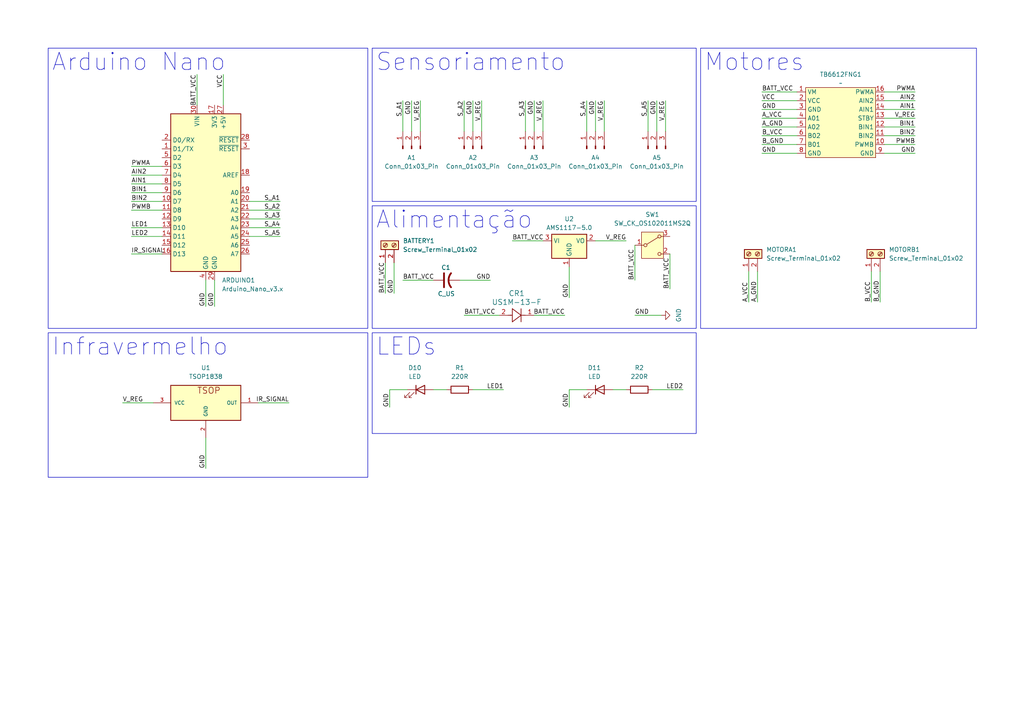
<source format=kicad_sch>
(kicad_sch (version 20250114) (generator "eeschema") (generator_version "9.0")
  (paper "A4")
  (lib_symbols
    (symbol "2025-08-08_11-05-47:US1M-13-F" (pin_names (offset 0.254))
      (property "Reference" "CR" (at 5.08 4.445 0))
      (property "Value" "US1M-13-F" (at 5.08 -3.81 0))
      (symbol "US1M-13-F_1_1"
        (polyline (pts (xy 2.54 0) (xy 3.4798 0)) (stroke (width 0.2032)))
        (polyline (pts (xy 3.175 0) (xy 3.81 0)) (stroke (width 0.2032)))
        (polyline (pts (xy 3.81 1.905) (xy 3.81 -1.905)) (stroke (width 0.2032)))
        (polyline (pts (xy 3.81 -1.905) (xy 6.35 0)) (stroke (width 0.2032)))
        (polyline (pts (xy 6.35 0) (xy 3.81 1.905)) (stroke (width 0.2032)))
        (polyline (pts (xy 6.35 0) (xy 7.62 0)) (stroke (width 0.2032)))
        (polyline (pts (xy 6.35 -1.905) (xy 6.35 1.905)) (stroke (width 0.2032)))
        (pin unspecified line (at 0 0 0) (length 2.54) (name "") (number "2"))
        (pin unspecified line (at 10.16 0 180) (length 2.54) (name "") (number "1"))
      )
      (symbol "US1M-13-F_1_2"
        (polyline (pts (xy -1.905 3.81) (xy 1.905 3.81)) (stroke (width 0.2032)))
        (polyline (pts (xy 0 6.35) (xy -1.905 3.81)) (stroke (width 0.2032)))
        (polyline (pts (xy 0 6.35) (xy 0 7.62)) (stroke (width 0.2032)))
        (polyline (pts (xy 0 3.175) (xy 0 3.81)) (stroke (width 0.2032)))
        (polyline (pts (xy 0 2.54) (xy 0 3.4798)) (stroke (width 0.2032)))
        (polyline (pts (xy 1.905 6.35) (xy -1.905 6.35)) (stroke (width 0.2032)))
        (polyline (pts (xy 1.905 3.81) (xy 0 6.35)) (stroke (width 0.2032)))
        (pin unspecified line (at 0 10.16 270) (length 2.54) (name "") (number "1"))
        (pin unspecified line (at 0 0 90) (length 2.54) (name "") (number "2"))
      )
    )
    (symbol "Connector:Conn_01x03_Pin" (pin_names (offset 1.016) (hide yes))
      (property "Reference" "J" (at 0 5.08 0))
      (property "Value" "Conn_01x03_Pin" (at 0 -5.08 0))
      (symbol "Conn_01x03_Pin_1_1"
        (rectangle (start 0.8636 2.667) (end 0 2.413) (stroke (width 0.1524)) (fill (type outline)))
        (rectangle (start 0.8636 0.127) (end 0 -0.127) (stroke (width 0.1524)) (fill (type outline)))
        (rectangle (start 0.8636 -2.413) (end 0 -2.667) (stroke (width 0.1524)) (fill (type outline)))
        (polyline (pts (xy 1.27 2.54) (xy 0.8636 2.54)) (stroke (width 0.1524)))
        (polyline (pts (xy 1.27 0) (xy 0.8636 0)) (stroke (width 0.1524)))
        (polyline (pts (xy 1.27 -2.54) (xy 0.8636 -2.54)) (stroke (width 0.1524)))
        (pin passive line (at 5.08 2.54 180) (length 3.81) (name "Pin_1") (number "1"))
        (pin passive line (at 5.08 0 180) (length 3.81) (name "Pin_2") (number "2"))
        (pin passive line (at 5.08 -2.54 180) (length 3.81) (name "Pin_3") (number "3"))
      )
    )
    (symbol "Connector:Screw_Terminal_01x02" (pin_names (offset 1.016) (hide yes))
      (property "Reference" "J" (at 0 2.54 0))
      (property "Value" "Screw_Terminal_01x02" (at 0 -5.08 0))
      (symbol "Screw_Terminal_01x02_1_1"
        (rectangle (start -1.27 1.27) (end 1.27 -3.81) (stroke (width 0.254)) (fill (type background)))
        (polyline (pts (xy -0.5334 0.3302) (xy 0.3302 -0.508)) (stroke (width 0.1524)))
        (polyline (pts (xy -0.5334 -2.2098) (xy 0.3302 -3.048)) (stroke (width 0.1524)))
        (polyline (pts (xy -0.3556 0.508) (xy 0.508 -0.3302)) (stroke (width 0.1524)))
        (polyline (pts (xy -0.3556 -2.032) (xy 0.508 -2.8702)) (stroke (width 0.1524)))
        (circle (center 0 0) (radius 0.635) (stroke (width 0.1524)))
        (circle (center 0 -2.54) (radius 0.635) (stroke (width 0.1524)))
        (pin passive line (at -5.08 0 0) (length 3.81) (name "Pin_1") (number "1"))
        (pin passive line (at -5.08 -2.54 0) (length 3.81) (name "Pin_2") (number "2"))
      )
    )
    (symbol "Device:C_US" (pin_numbers (hide yes)) (pin_names (offset 0.254) (hide yes))
      (property "Reference" "C" (at 0.635 2.54 0))
      (property "Value" "C_US" (at 0.635 -2.54 0))
      (symbol "C_US_0_1"
        (polyline (pts (xy -2.032 0.762) (xy 2.032 0.762)) (stroke (width 0.508)))
        (arc (start -2.032 -1.27) (mid 0 -0.5572) (end 2.032 -1.27) (stroke (width 0.508)))
      )
      (symbol "C_US_1_1"
        (pin passive line (at 0 3.81 270) (length 2.794) (name "~") (number "1"))
        (pin passive line (at 0 -3.81 90) (length 3.302) (name "~") (number "2"))
      )
    )
    (symbol "Device:LED" (pin_numbers (hide yes)) (pin_names (offset 1.016) (hide yes))
      (property "Reference" "D" (at 0 2.54 0))
      (property "Value" "LED" (at 0 -2.54 0))
      (symbol "LED_0_1"
        (polyline (pts (xy -3.048 -0.762) (xy -4.572 -2.286) (xy -3.81 -2.286) (xy -4.572 -2.286) (xy -4.572 -1.524)))
        (polyline (pts (xy -1.778 -0.762) (xy -3.302 -2.286) (xy -2.54 -2.286) (xy -3.302 -2.286) (xy -3.302 -1.524)))
        (polyline (pts (xy -1.27 0) (xy 1.27 0)))
        (polyline (pts (xy -1.27 -1.27) (xy -1.27 1.27)) (stroke (width 0.254)))
        (polyline (pts (xy 1.27 -1.27) (xy 1.27 1.27) (xy -1.27 0) (xy 1.27 -1.27)) (stroke (width 0.254)))
      )
      (symbol "LED_1_1"
        (pin passive line (at -3.81 0 0) (length 2.54) (name "K") (number "1"))
        (pin passive line (at 3.81 0 180) (length 2.54) (name "A") (number "2"))
      )
    )
    (symbol "Device:R" (pin_numbers (hide yes)) (pin_names (offset 0))
      (property "Reference" "R" (at 2.032 0 90))
      (property "Value" "R" (at 0 0 90))
      (symbol "R_0_1"
        (rectangle (start -1.016 -2.54) (end 1.016 2.54) (stroke (width 0.254)))
      )
      (symbol "R_1_1"
        (pin passive line (at 0 3.81 270) (length 1.27) (name "~") (number "1"))
        (pin passive line (at 0 -3.81 90) (length 1.27) (name "~") (number "2"))
      )
    )
    (symbol "MCU_Module:Arduino_Nano_v3.x"
      (property "Reference" "A" (at -10.16 23.495 0))
      (property "Value" "Arduino_Nano_v3.x" (at 5.08 -24.13 0))
      (symbol "Arduino_Nano_v3.x_0_1"
        (rectangle (start -10.16 22.86) (end 10.16 -22.86) (stroke (width 0.254)) (fill (type background)))
      )
      (symbol "Arduino_Nano_v3.x_1_1"
        (pin bidirectional line (at -12.7 15.24 0) (length 2.54) (name "D0/RX") (number "2"))
        (pin bidirectional line (at -12.7 12.7 0) (length 2.54) (name "D1/TX") (number "1"))
        (pin bidirectional line (at -12.7 10.16 0) (length 2.54) (name "D2") (number "5"))
        (pin bidirectional line (at -12.7 7.62 0) (length 2.54) (name "D3") (number "6"))
        (pin bidirectional line (at -12.7 5.08 0) (length 2.54) (name "D4") (number "7"))
        (pin bidirectional line (at -12.7 2.54 0) (length 2.54) (name "D5") (number "8"))
        (pin bidirectional line (at -12.7 0 0) (length 2.54) (name "D6") (number "9"))
        (pin bidirectional line (at -12.7 -2.54 0) (length 2.54) (name "D7") (number "10"))
        (pin bidirectional line (at -12.7 -5.08 0) (length 2.54) (name "D8") (number "11"))
        (pin bidirectional line (at -12.7 -7.62 0) (length 2.54) (name "D9") (number "12"))
        (pin bidirectional line (at -12.7 -10.16 0) (length 2.54) (name "D10") (number "13"))
        (pin bidirectional line (at -12.7 -12.7 0) (length 2.54) (name "D11") (number "14"))
        (pin bidirectional line (at -12.7 -15.24 0) (length 2.54) (name "D12") (number "15"))
        (pin bidirectional line (at -12.7 -17.78 0) (length 2.54) (name "D13") (number "16"))
        (pin power_in line (at -2.54 25.4 270) (length 2.54) (name "VIN") (number "30"))
        (pin power_in line (at 0 -25.4 90) (length 2.54) (name "GND") (number "4"))
        (pin power_out line (at 2.54 25.4 270) (length 2.54) (name "3V3") (number "17"))
        (pin power_in line (at 2.54 -25.4 90) (length 2.54) (name "GND") (number "29"))
        (pin power_out line (at 5.08 25.4 270) (length 2.54) (name "+5V") (number "27"))
        (pin input line (at 12.7 15.24 180) (length 2.54) (name "~{RESET}") (number "28"))
        (pin input line (at 12.7 12.7 180) (length 2.54) (name "~{RESET}") (number "3"))
        (pin input line (at 12.7 5.08 180) (length 2.54) (name "AREF") (number "18"))
        (pin bidirectional line (at 12.7 0 180) (length 2.54) (name "A0") (number "19"))
        (pin bidirectional line (at 12.7 -2.54 180) (length 2.54) (name "A1") (number "20"))
        (pin bidirectional line (at 12.7 -5.08 180) (length 2.54) (name "A2") (number "21"))
        (pin bidirectional line (at 12.7 -7.62 180) (length 2.54) (name "A3") (number "22"))
        (pin bidirectional line (at 12.7 -10.16 180) (length 2.54) (name "A4") (number "23"))
        (pin bidirectional line (at 12.7 -12.7 180) (length 2.54) (name "A5") (number "24"))
        (pin bidirectional line (at 12.7 -15.24 180) (length 2.54) (name "A6") (number "25"))
        (pin bidirectional line (at 12.7 -17.78 180) (length 2.54) (name "A7") (number "26"))
      )
    )
    (symbol "My_TB6612FNG:TB6612FNG"
      (property "Reference" "Motor_Driver" (at 0 12.192 0))
      (symbol "TB6612FNG_1_1"
        (rectangle (start -10.16 10.16) (end 10.16 -10.16) (fill (type background)))
        (pin input line (at -12.7 8.89 0) (length 2.54) (name "VM") (number "1"))
        (pin input line (at -12.7 6.35 0) (length 2.54) (name "VCC") (number "2"))
        (pin input line (at -12.7 3.81 0) (length 2.54) (name "GND") (number "3"))
        (pin input line (at -12.7 1.27 0) (length 2.54) (name "A01") (number "4"))
        (pin input line (at -12.7 -1.27 0) (length 2.54) (name "A02") (number "5"))
        (pin input line (at -12.7 -3.81 0) (length 2.54) (name "B02") (number "6"))
        (pin input line (at -12.7 -6.35 0) (length 2.54) (name "B01") (number "7"))
        (pin input line (at -12.7 -8.89 0) (length 2.54) (name "GND") (number "8"))
        (pin input line (at 12.7 8.89 180) (length 2.54) (name "PWMA") (number "16"))
        (pin input line (at 12.7 6.35 180) (length 2.54) (name "AIN2") (number "15"))
        (pin input line (at 12.7 3.81 180) (length 2.54) (name "AIN1") (number "14"))
        (pin input line (at 12.7 1.27 180) (length 2.54) (name "STBY") (number "13"))
        (pin input line (at 12.7 -1.27 180) (length 2.54) (name "BIN1") (number "12"))
        (pin input line (at 12.7 -3.81 180) (length 2.54) (name "BIN2") (number "11"))
        (pin input line (at 12.7 -6.35 180) (length 2.54) (name "PWMB") (number "10"))
        (pin input line (at 12.7 -8.89 180) (length 2.54) (name "GND") (number "9"))
      )
    )
    (symbol "Regulator_Linear:AMS1117-5.0"
      (property "Reference" "U" (at -3.81 3.175 0))
      (property "Value" "AMS1117-5.0" (at 0 3.175 0))
      (symbol "AMS1117-5.0_0_1"
        (rectangle (start -5.08 -5.08) (end 5.08 1.905) (stroke (width 0.254)) (fill (type background)))
      )
      (symbol "AMS1117-5.0_1_1"
        (pin power_in line (at -7.62 0 0) (length 2.54) (name "VI") (number "3"))
        (pin power_in line (at 0 -7.62 90) (length 2.54) (name "GND") (number "1"))
        (pin power_out line (at 7.62 0 180) (length 2.54) (name "VO") (number "2"))
      )
    )
    (symbol "Switch:SW_Wuerth_450301014042" (pin_names (offset 1) (hide yes))
      (property "Reference" "SW" (at 0 5.08 0))
      (property "Value" "SW_Wuerth_450301014042" (at 0 -5.08 0))
      (symbol "SW_Wuerth_450301014042_0_1"
        (circle (center -2.032 0) (radius 0.4572))
        (polyline (pts (xy -1.651 0.254) (xy 1.651 2.286)))
        (circle (center 2.032 2.54) (radius 0.4572))
        (circle (center 2.032 -2.54) (radius 0.4572))
      )
      (symbol "SW_Wuerth_450301014042_1_1"
        (rectangle (start -3.175 3.81) (end 3.175 -3.81) (fill (type background)))
        (pin passive line (at -5.08 0 0) (length 2.54) (name "B") (number "1"))
        (pin passive line (at 5.08 2.54 180) (length 2.54) (name "A") (number "3"))
        (pin passive line (at 5.08 -2.54 180) (length 2.54) (name "C") (number "2"))
      )
    )
    (symbol "TSOP1838:TSOP1838" (pin_names (offset 1.016))
      (property "Reference" "U" (at -3.81 6.604 0))
      (property "Value" "TSOP1838" (at 0 0 0))
      (symbol "TSOP1838_0_0"
        (rectangle (start -10.16 -5.08) (end 10.16 5.08) (stroke (width 0.254)) (fill (type background)))
        (text "TSOP" (at -2.54 2.54 0) (effects (font (size 1.778 1.778)) (justify left bottom)))
        (pin power_in line (at -15.24 0 0) (length 5.08) (name "VCC") (number "3"))
        (pin power_in line (at 0 -10.16 90) (length 5.08) (name "GND") (number "2"))
        (pin output line (at 15.24 0 180) (length 5.08) (name "OUT") (number "1"))
      )
    )
    (symbol "power:GND" (power) (pin_numbers (hide yes)) (pin_names (offset 0) (hide yes))
      (property "Value" "GND" (at 0 -3.81 0))
      (symbol "GND_0_1"
        (polyline (pts (xy 0 0) (xy 0 -1.27) (xy 1.27 -1.27) (xy 0 -2.54) (xy -1.27 -1.27) (xy 0 -1.27)))
      )
      (symbol "GND_1_1"
        (pin power_in line (at 0 0 270) (length 0) (name "~") (number "1"))
      )
    )
  )
  (text_box "Motores" (at 203.2 13.97 0) (size 80.01 81.28) (margins 0.9525 0.9525 0.9525 0.9525) (effects (font (size 5 5)) (justify left top)))
  (text_box "LEDs" (at 107.95 96.52 0) (size 93.98 29.21) (margins 0.9525 0.9525 0.9525 0.9525) (effects (font (size 5 5)) (justify left top)))
  (text_box "Infravermelho" (at 13.97 96.52 0) (size 92.71 41.91) (margins 0.9525 0.9525 0.9525 0.9525) (effects (font (size 5 5)) (justify left top)))
  (text_box "Alimentação" (at 107.95 59.69 0) (size 93.98 35.56) (margins 0.9525 0.9525 0.9525 0.9525) (effects (font (size 5 5)) (justify left top)))
  (text_box "Sensoriamento" (at 107.95 13.97 0) (size 93.98 44.45) (margins 0.9525 0.9525 0.9525 0.9525) (effects (font (size 5 5)) (justify left top)))
  (text_box "Arduino Nano" (at 13.97 13.97 0) (size 92.71 81.28) (margins 0.9525 0.9525 0.9525 0.9525) (effects (font (size 5 5)) (justify left top)))
  (wire (pts (xy 154.94 91.44) (xy 163.83 91.44)))
  (wire (pts (xy 220.98 29.21) (xy 231.14 29.21)))
  (wire (pts (xy 118.11 113.03) (xy 113.03 113.03)))
  (wire (pts (xy 114.3 76.2) (xy 114.3 85.09)))
  (wire (pts (xy 157.48 29.21) (xy 157.48 38.1)))
  (wire (pts (xy 187.96 29.21) (xy 187.96 38.1)))
  (wire (pts (xy 72.39 63.5) (xy 81.28 63.5)))
  (wire (pts (xy 256.54 41.91) (xy 265.43 41.91)))
  (wire (pts (xy 152.4 29.21) (xy 152.4 38.1)))
  (wire (pts (xy 165.1 113.03) (xy 165.1 118.11)))
  (wire (pts (xy 38.1 50.8) (xy 46.99 50.8)))
  (wire (pts (xy 38.1 60.96) (xy 46.99 60.96)))
  (wire (pts (xy 119.38 29.21) (xy 119.38 38.1)))
  (wire (pts (xy 113.03 113.03) (xy 113.03 118.11)))
  (wire (pts (xy 38.1 73.66) (xy 46.99 73.66)))
  (wire (pts (xy 256.54 29.21) (xy 265.43 29.21)))
  (wire (pts (xy 220.98 26.67) (xy 231.14 26.67)))
  (wire (pts (xy 121.92 29.21) (xy 121.92 38.1)))
  (wire (pts (xy 38.1 58.42) (xy 46.99 58.42)))
  (wire (pts (xy 137.16 113.03) (xy 146.05 113.03)))
  (wire (pts (xy 190.5 29.21) (xy 190.5 38.1)))
  (wire (pts (xy 255.27 78.74) (xy 255.27 87.63)))
  (wire (pts (xy 125.73 113.03) (xy 129.54 113.03)))
  (wire (pts (xy 148.59 69.85) (xy 157.48 69.85)))
  (wire (pts (xy 170.18 113.03) (xy 165.1 113.03)))
  (wire (pts (xy 170.18 29.21) (xy 170.18 38.1)))
  (wire (pts (xy 256.54 36.83) (xy 265.43 36.83)))
  (wire (pts (xy 219.71 78.74) (xy 219.71 87.63)))
  (wire (pts (xy 256.54 39.37) (xy 265.43 39.37)))
  (wire (pts (xy 133.35 81.28) (xy 142.24 81.28)))
  (wire (pts (xy 57.15 21.59) (xy 57.15 30.48)))
  (wire (pts (xy 194.31 73.66) (xy 194.31 83.82)))
  (wire (pts (xy 64.77 21.59) (xy 64.77 30.48)))
  (wire (pts (xy 72.39 66.04) (xy 81.28 66.04)))
  (wire (pts (xy 134.62 91.44) (xy 144.78 91.44)))
  (wire (pts (xy 220.98 36.83) (xy 231.14 36.83)))
  (wire (pts (xy 72.39 68.58) (xy 81.28 68.58)))
  (wire (pts (xy 154.94 29.21) (xy 154.94 38.1)))
  (wire (pts (xy 116.84 81.28) (xy 125.73 81.28)))
  (wire (pts (xy 217.17 78.74) (xy 217.17 87.63)))
  (wire (pts (xy 111.76 76.2) (xy 111.76 85.09)))
  (wire (pts (xy 172.72 29.21) (xy 172.72 38.1)))
  (wire (pts (xy 38.1 48.26) (xy 46.99 48.26)))
  (wire (pts (xy 177.8 113.03) (xy 181.61 113.03)))
  (wire (pts (xy 256.54 26.67) (xy 265.43 26.67)))
  (wire (pts (xy 252.73 78.74) (xy 252.73 87.63)))
  (wire (pts (xy 172.72 69.85) (xy 181.61 69.85)))
  (wire (pts (xy 220.98 39.37) (xy 231.14 39.37)))
  (wire (pts (xy 38.1 66.04) (xy 46.99 66.04)))
  (wire (pts (xy 74.93 116.84) (xy 83.82 116.84)))
  (wire (pts (xy 220.98 34.29) (xy 231.14 34.29)))
  (wire (pts (xy 165.1 77.47) (xy 165.1 86.36)))
  (wire (pts (xy 38.1 55.88) (xy 46.99 55.88)))
  (wire (pts (xy 191.77 91.44) (xy 184.15 91.44)))
  (wire (pts (xy 72.39 60.96) (xy 81.28 60.96)))
  (wire (pts (xy 256.54 34.29) (xy 265.43 34.29)))
  (wire (pts (xy 72.39 58.42) (xy 81.28 58.42)))
  (wire (pts (xy 38.1 68.58) (xy 46.99 68.58)))
  (wire (pts (xy 59.69 81.28) (xy 59.69 88.9)))
  (wire (pts (xy 184.15 71.12) (xy 184.15 81.28)))
  (wire (pts (xy 189.23 113.03) (xy 198.12 113.03)))
  (wire (pts (xy 220.98 41.91) (xy 231.14 41.91)))
  (wire (pts (xy 116.84 29.21) (xy 116.84 38.1)))
  (wire (pts (xy 134.62 29.21) (xy 134.62 38.1)))
  (wire (pts (xy 220.98 44.45) (xy 231.14 44.45)))
  (wire (pts (xy 175.26 29.21) (xy 175.26 38.1)))
  (wire (pts (xy 137.16 29.21) (xy 137.16 38.1)))
  (wire (pts (xy 38.1 53.34) (xy 46.99 53.34)))
  (wire (pts (xy 256.54 31.75) (xy 265.43 31.75)))
  (wire (pts (xy 35.56 116.84) (xy 44.45 116.84)))
  (wire (pts (xy 256.54 44.45) (xy 265.43 44.45)))
  (wire (pts (xy 139.7 29.21) (xy 139.7 38.1)))
  (wire (pts (xy 59.69 127) (xy 59.69 135.89)))
  (wire (pts (xy 193.04 29.21) (xy 193.04 38.1)))
  (wire (pts (xy 62.23 81.28) (xy 62.23 88.9)))
  (wire (pts (xy 220.98 31.75) (xy 231.14 31.75)))
  (label "PWMB" (at 265.43 41.91 180))
  (label "V_REG" (at 35.56 116.84 0))
  (label "A_GND" (at 220.98 36.83 0))
  (label "IR_SIGNAL" (at 83.82 116.84 180))
  (label "GND" (at 172.72 29.21 270))
  (label "S_A1" (at 81.28 58.42 180))
  (label "GND" (at 113.03 118.11 90))
  (label "AIN1" (at 38.1 53.34 0))
  (label "BIN2" (at 38.1 58.42 0))
  (label "V_REG" (at 157.48 29.21 270))
  (label "GND" (at 220.98 31.75 0))
  (label "IR_SIGNAL" (at 38.1 73.66 0))
  (label "S_A3" (at 152.4 29.21 270))
  (label "A_GND" (at 219.71 87.63 90))
  (label "B_VCC" (at 252.73 87.63 90))
  (label "AIN2" (at 38.1 50.8 0))
  (label "BATT_VCC" (at 57.15 21.59 270))
  (label "S_A1" (at 116.84 29.21 270))
  (label "V_REG" (at 265.43 34.29 180))
  (label "GND" (at 59.69 88.9 90))
  (label "GND" (at 165.1 86.36 90))
  (label "S_A4" (at 170.18 29.21 270))
  (label "V_REG" (at 121.92 29.21 270))
  (label "BATT_VCC" (at 163.83 91.44 180))
  (label "GND" (at 119.38 29.21 270))
  (label "LED1" (at 38.1 66.04 0))
  (label "A_VCC" (at 220.98 34.29 0))
  (label "VCC" (at 220.98 29.21 0))
  (label "BATT_VCC" (at 148.59 69.85 0))
  (label "V_REG" (at 175.26 29.21 270))
  (label "BIN1" (at 265.43 36.83 180))
  (label "LED2" (at 38.1 68.58 0))
  (label "BATT_VCC" (at 194.31 83.82 90))
  (label "S_A5" (at 187.96 29.21 270))
  (label "S_A3" (at 81.28 63.5 180))
  (label "B_VCC" (at 220.98 39.37 0))
  (label "V_REG" (at 181.61 69.85 180))
  (label "BIN1" (at 38.1 55.88 0))
  (label "S_A5" (at 81.28 68.58 180))
  (label "GND" (at 137.16 29.21 270))
  (label "BATT_VCC" (at 111.76 85.09 90))
  (label "S_A2" (at 134.62 29.21 270))
  (label "GND" (at 154.94 29.21 270))
  (label "GND" (at 184.15 91.44 0))
  (label "GND" (at 142.24 81.28 180))
  (label "GND" (at 265.43 44.45 180))
  (label "GND" (at 165.1 118.11 90))
  (label "GND" (at 190.5 29.21 270))
  (label "S_A2" (at 81.28 60.96 180))
  (label "GND" (at 220.98 44.45 0))
  (label "LED1" (at 146.05 113.03 180))
  (label "GND" (at 62.23 88.9 90))
  (label "BATT_VCC" (at 184.15 81.28 90))
  (label "PWMB" (at 38.1 60.96 0))
  (label "BATT_VCC" (at 134.62 91.44 0))
  (label "AIN2" (at 265.43 29.21 180))
  (label "BATT_VCC" (at 220.98 26.67 0))
  (label "V_REG" (at 193.04 29.21 270))
  (label "LED2" (at 198.12 113.03 180))
  (label "VCC" (at 64.77 21.59 270))
  (label "A_VCC" (at 217.17 87.63 90))
  (label "B_GND" (at 220.98 41.91 0))
  (label "B_GND" (at 255.27 87.63 90))
  (label "BATT_VCC" (at 116.84 81.28 0))
  (label "GND" (at 114.3 85.09 90))
  (label "V_REG" (at 139.7 29.21 270))
  (label "PWMA" (at 38.1 48.26 0))
  (label "AIN1" (at 265.43 31.75 180))
  (label "S_A4" (at 81.28 66.04 180))
  (label "GND" (at 59.69 135.89 90))
  (label "BIN2" (at 265.43 39.37 180))
  (label "PWMA" (at 265.43 26.67 180))
  (symbol (lib_id "Connector:Conn_01x03_Pin") (at 190.5 43.18 90) (unit 1)
    (property "Reference" "A5" (at 190.5 45.72 90))
    (property "Value" "Conn_01x03_Pin" (at 190.5 48.26 90))
    (property "Footprint" "Connector_Molex:Molex_KK-254_AE-6410-03A_1x03_P2.54mm_Vertical" (effects (hide yes)))
    (property "Description" "Generic connector, single row, 01x03, script generated" (effects (hide yes)))
  )
  (symbol (lib_id "Device:R") (at 133.35 113.03 90) (unit 1)
    (property "Reference" "R1" (at 133.35 106.68 90))
    (property "Value" "220R" (at 133.35 109.22 90))
    (property "Footprint" "Resistor_SMD:R_0805_2012Metric" (effects (hide yes)))
    (property "Description" "Resistor" (effects (hide yes)))
  )
  (symbol (lib_id "power:GND") (at 191.77 91.44 90) (unit 1)
    (property "Reference" "#PWR01" (effects (hide yes)))
    (property "Value" "GND" (at 196.85 91.44 0))
    (property "Description" "Power symbol creates a global label with name \"GND\" , ground" (effects (hide yes)))
  )
  (symbol (lib_id "Connector:Screw_Terminal_01x02") (at 252.73 73.66 90) (unit 1)
    (property "Reference" "MOTORB1" (at 257.81 72.3899 90) (effects (justify right)))
    (property "Value" "Screw_Terminal_01x02" (at 257.81 74.9299 90) (effects (justify right)))
    (property "Footprint" "TerminalBlock:TerminalBlock_Xinya_XY308-2.54-2P_1x02_P2.54mm_Horizontal" (effects (hide yes)))
    (property "Description" "Generic screw terminal, single row, 01x02, script generated (kicad-library-utils/schlib/autogen/connector/)" (effects (hide yes)))
  )
  (symbol (lib_id "2025-08-08_11-05-47:US1M-13-F") (at 144.78 91.44 0) (unit 1)
    (property "Reference" "CR1" (at 149.86 85.09 0) (effects (font (size 1.524 1.524))))
    (property "Value" "US1M-13-F" (at 149.86 87.63 0) (effects (font (size 1.524 1.524))))
    (property "Footprint" "SMA_DIO" (effects (hide yes)))
    (property "Datasheet" "US1M-13-F" (effects (hide yes)))
  )
  (symbol (lib_id "Device:LED") (at 121.92 113.03 0) (unit 1)
    (property "Reference" "D10" (at 120.3325 106.68 0))
    (property "Value" "LED" (at 120.3325 109.22 0))
    (property "Footprint" "LED_SMD:LED_0805_2012Metric_Pad1.15x1.40mm_HandSolder" (effects (hide yes)))
    (property "Description" "Light emitting diode" (effects (hide yes)))
    (property "Sim.Pins" "1=K 2=A" (effects (hide yes)))
  )
  (symbol (lib_id "Connector:Screw_Terminal_01x02") (at 217.17 73.66 90) (unit 1)
    (property "Reference" "MOTORA1" (at 222.25 72.3899 90) (effects (justify right)))
    (property "Value" "Screw_Terminal_01x02" (at 222.25 74.9299 90) (effects (justify right)))
    (property "Footprint" "TerminalBlock:TerminalBlock_Xinya_XY308-2.54-2P_1x02_P2.54mm_Horizontal" (effects (hide yes)))
    (property "Description" "Generic screw terminal, single row, 01x02, script generated (kicad-library-utils/schlib/autogen/connector/)" (effects (hide yes)))
  )
  (symbol (lib_id "My_TB6612FNG:TB6612FNG") (at 243.84 35.56 0) (unit 1)
    (property "Reference" "TB6612FNG1" (at 243.84 21.59 0))
    (property "Value" "~" (at 243.84 24.13 0))
    (property "Footprint" "My_TB6612FNG:Socket_TB6612FNG" (effects (hide yes)))
  )
  (symbol (lib_id "MCU_Module:Arduino_Nano_v3.x") (at 59.69 55.88 0) (unit 1)
    (property "Reference" "ARDUINO1" (at 64.3733 81.28 0) (effects (justify left)))
    (property "Value" "Arduino_Nano_v3.x" (at 64.3733 83.82 0) (effects (justify left)))
    (property "Footprint" "Module:Arduino_Nano" (effects (hide yes)))
    (property "Datasheet" "http://www.mouser.com/pdfdocs/Gravitech_Arduino_Nano3_0.pdf" (effects (hide yes)))
    (property "Description" "Arduino Nano v3.x" (effects (hide yes)))
  )
  (symbol (lib_id "TSOP1838:TSOP1838") (at 59.69 116.84 0) (unit 1)
    (property "Reference" "U1" (at 59.69 106.68 0))
    (property "Value" "TSOP1838" (at 59.69 109.22 0))
    (property "Footprint" "TSOP1838:TSOP1838" (effects (hide yes)))
    (property "MF" "Vishay" (effects (hide yes)))
    (property "Description_1" "IR Remote Receiver 38KHz 35m 3-Pin" (effects (hide yes)))
    (property "Package" "None" (effects (hide yes)))
    (property "Price" "None" (effects (hide yes)))
    (property "SnapEDA_Link" "https://www.snapeda.com/parts/TSOP1838/Vishay/view-part/?ref=snap" (effects (hide yes)))
    (property "MP" "TSOP1838" (effects (hide yes)))
    (property "Availability" "In Stock" (effects (hide yes)))
    (property "Check_prices" "https://www.snapeda.com/parts/TSOP1838/Vishay/view-part/?ref=eda" (effects (hide yes)))
  )
  (symbol (lib_id "Regulator_Linear:AMS1117-5.0") (at 165.1 69.85 0) (unit 1)
    (property "Reference" "U2" (at 165.1 63.5 0))
    (property "Value" "AMS1117-5.0" (at 165.1 66.04 0))
    (property "Footprint" "Package_TO_SOT_SMD:SOT-223-3_TabPin2" (effects (hide yes)))
    (property "Datasheet" "http://www.advanced-monolithic.com/pdf/ds1117.pdf" (effects (hide yes)))
    (property "Description" "1A Low Dropout regulator, positive, 5.0V fixed output, SOT-223" (effects (hide yes)))
  )
  (symbol (lib_id "Device:LED") (at 173.99 113.03 0) (unit 1)
    (property "Reference" "D11" (at 172.4025 106.68 0))
    (property "Value" "LED" (at 172.4025 109.22 0))
    (property "Footprint" "LED_SMD:LED_0805_2012Metric_Pad1.15x1.40mm_HandSolder" (effects (hide yes)))
    (property "Description" "Light emitting diode" (effects (hide yes)))
    (property "Sim.Pins" "1=K 2=A" (effects (hide yes)))
  )
  (symbol (lib_id "Switch:SW_Wuerth_450301014042") (at 189.23 71.12 0) (unit 1)
    (property "Reference" "SW1" (at 189.23 62.23 0))
    (property "Value" "SW_CK_OS102011MS2Q" (at 189.23 64.77 0))
    (property "Footprint" "Button_Switch_THT:SW_Slide_SPDT_Straight_CK_OS102011MS2Q" (effects (hide yes)))
    (property "Datasheet" "https://www.ckswitches.com/media/1428/os.pdf" (effects (hide yes)))
    (property "Description" "Switch slide, single pole double throw" (effects (hide yes)))
  )
  (symbol (lib_id "Connector:Conn_01x03_Pin") (at 137.16 43.18 90) (unit 1)
    (property "Reference" "A2" (at 137.16 45.72 90))
    (property "Value" "Conn_01x03_Pin" (at 137.16 48.26 90))
    (property "Footprint" "Connector_Molex:Molex_KK-254_AE-6410-03A_1x03_P2.54mm_Vertical" (effects (hide yes)))
    (property "Description" "Generic connector, single row, 01x03, script generated" (effects (hide yes)))
  )
  (symbol (lib_id "Connector:Conn_01x03_Pin") (at 154.94 43.18 90) (unit 1)
    (property "Reference" "A3" (at 154.94 45.72 90))
    (property "Value" "Conn_01x03_Pin" (at 154.94 48.26 90))
    (property "Footprint" "Connector_Molex:Molex_KK-254_AE-6410-03A_1x03_P2.54mm_Vertical" (effects (hide yes)))
    (property "Description" "Generic connector, single row, 01x03, script generated" (effects (hide yes)))
  )
  (symbol (lib_id "Device:C_US") (at 129.54 81.28 90) (unit 1)
    (property "Reference" "C1" (at 130.683 77.597 90) (effects (justify left)))
    (property "Value" "C_US" (at 131.953 85.217 90) (effects (justify left)))
    (property "Footprint" "Capacitor_THT:C_Radial_D4.0mm_H5.0mm_P1.50mm" (effects (hide yes)))
    (property "Description" "capacitor, US symbol" (effects (hide yes)))
  )
  (symbol (lib_id "Connector:Conn_01x03_Pin") (at 119.38 43.18 90) (unit 1)
    (property "Reference" "A1" (at 119.38 45.72 90))
    (property "Value" "Conn_01x03_Pin" (at 119.38 48.26 90))
    (property "Footprint" "Connector_Molex:Molex_KK-254_AE-6410-03A_1x03_P2.54mm_Vertical" (effects (hide yes)))
    (property "Description" "Generic connector, single row, 01x03, script generated" (effects (hide yes)))
  )
  (symbol (lib_id "Connector:Screw_Terminal_01x02") (at 111.76 71.12 90) (unit 1)
    (property "Reference" "BATTERY1" (at 116.84 69.8499 90) (effects (justify right)))
    (property "Value" "Screw_Terminal_01x02" (at 116.84 72.3899 90) (effects (justify right)))
    (property "Footprint" "TerminalBlock:TerminalBlock_Xinya_XY308-2.54-2P_1x02_P2.54mm_Horizontal" (effects (hide yes)))
    (property "Description" "Generic screw terminal, single row, 01x02, script generated (kicad-library-utils/schlib/autogen/connector/)" (effects (hide yes)))
  )
  (symbol (lib_id "Device:R") (at 185.42 113.03 90) (unit 1)
    (property "Reference" "R2" (at 185.42 106.68 90))
    (property "Value" "220R" (at 185.42 109.22 90))
    (property "Footprint" "Resistor_SMD:R_0805_2012Metric" (effects (hide yes)))
    (property "Description" "Resistor" (effects (hide yes)))
  )
  (symbol (lib_id "Connector:Conn_01x03_Pin") (at 172.72 43.18 90) (unit 1)
    (property "Reference" "A4" (at 172.72 45.72 90))
    (property "Value" "Conn_01x03_Pin" (at 172.72 48.26 90))
    (property "Footprint" "Connector_Molex:Molex_KK-254_AE-6410-03A_1x03_P2.54mm_Vertical" (effects (hide yes)))
    (property "Description" "Generic connector, single row, 01x03, script generated" (effects (hide yes)))
  )
)
</source>
